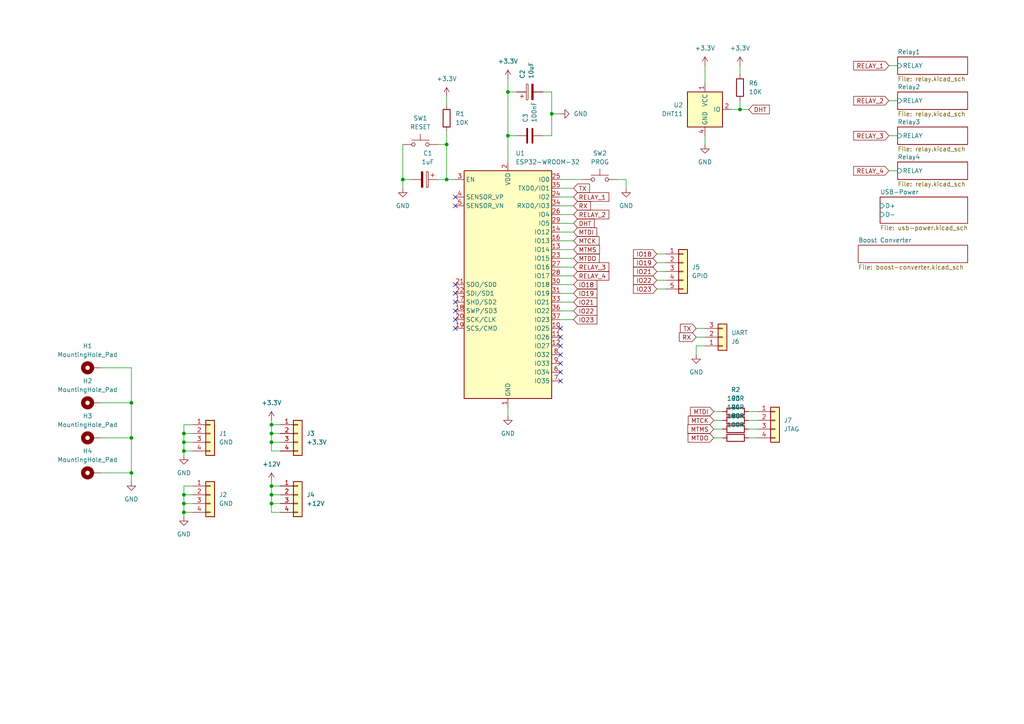
<source format=kicad_sch>
(kicad_sch (version 20230121) (generator eeschema)
  (paper "A4")
  (lib_symbols
    (symbol "Connector_Generic:Conn_01x03" (pin_names (offset 1.016) hide)
      (property "Reference" "J" (at 0 5.08 0))
      (property "Value" "Conn_01x03" (at 0 -5.08 0))
      (symbol "Conn_01x03_1_1"
        (rectangle (start -1.27 -2.413) (end 0 -2.667) (stroke (width 0.1524)))
        (rectangle (start -1.27 0.127) (end 0 -0.127) (stroke (width 0.1524)))
        (rectangle (start -1.27 2.667) (end 0 2.413) (stroke (width 0.1524)))
        (rectangle (start -1.27 3.81) (end 1.27 -3.81) (stroke (width 0.254)) (fill (type background)))
        (pin passive line (at -5.08 2.54 0) (length 3.81) (name "Pin_1") (number "1"))
        (pin passive line (at -5.08 0 0) (length 3.81) (name "Pin_2") (number "2"))
        (pin passive line (at -5.08 -2.54 0) (length 3.81) (name "Pin_3") (number "3"))
      )
    )
    (symbol "Connector_Generic:Conn_01x04" (pin_names (offset 1.016) hide)
      (property "Reference" "J" (at 0 5.08 0))
      (property "Value" "Conn_01x04" (at 0 -7.62 0))
      (symbol "Conn_01x04_1_1"
        (rectangle (start -1.27 -4.953) (end 0 -5.207) (stroke (width 0.1524)))
        (rectangle (start -1.27 -2.413) (end 0 -2.667) (stroke (width 0.1524)))
        (rectangle (start -1.27 0.127) (end 0 -0.127) (stroke (width 0.1524)))
        (rectangle (start -1.27 2.667) (end 0 2.413) (stroke (width 0.1524)))
        (rectangle (start -1.27 3.81) (end 1.27 -6.35) (stroke (width 0.254)) (fill (type background)))
        (pin passive line (at -5.08 2.54 0) (length 3.81) (name "Pin_1") (number "1"))
        (pin passive line (at -5.08 0 0) (length 3.81) (name "Pin_2") (number "2"))
        (pin passive line (at -5.08 -2.54 0) (length 3.81) (name "Pin_3") (number "3"))
        (pin passive line (at -5.08 -5.08 0) (length 3.81) (name "Pin_4") (number "4"))
      )
    )
    (symbol "Connector_Generic:Conn_01x05" (pin_names (offset 1.016) hide)
      (property "Reference" "J" (at 0 7.62 0))
      (property "Value" "Conn_01x05" (at 0 -7.62 0))
      (symbol "Conn_01x05_1_1"
        (rectangle (start -1.27 -4.953) (end 0 -5.207) (stroke (width 0.1524)))
        (rectangle (start -1.27 -2.413) (end 0 -2.667) (stroke (width 0.1524)))
        (rectangle (start -1.27 0.127) (end 0 -0.127) (stroke (width 0.1524)))
        (rectangle (start -1.27 2.667) (end 0 2.413) (stroke (width 0.1524)))
        (rectangle (start -1.27 5.207) (end 0 4.953) (stroke (width 0.1524)))
        (rectangle (start -1.27 6.35) (end 1.27 -6.35) (stroke (width 0.254)) (fill (type background)))
        (pin passive line (at -5.08 5.08 0) (length 3.81) (name "Pin_1") (number "1"))
        (pin passive line (at -5.08 2.54 0) (length 3.81) (name "Pin_2") (number "2"))
        (pin passive line (at -5.08 0 0) (length 3.81) (name "Pin_3") (number "3"))
        (pin passive line (at -5.08 -2.54 0) (length 3.81) (name "Pin_4") (number "4"))
        (pin passive line (at -5.08 -5.08 0) (length 3.81) (name "Pin_5") (number "5"))
      )
    )
    (symbol "Device:C" (pin_numbers hide) (pin_names (offset 0.254))
      (property "Reference" "C" (at 0.635 2.54 0))
      (property "Value" "C" (at 0.635 -2.54 0))
      (symbol "C_0_1"
        (polyline (pts (xy -2.032 -0.762) (xy 2.032 -0.762)) (stroke (width 0.508)))
        (polyline (pts (xy -2.032 0.762) (xy 2.032 0.762)) (stroke (width 0.508)))
      )
      (symbol "C_1_1"
        (pin passive line (at 0 3.81 270) (length 2.794) (name "~") (number "1"))
        (pin passive line (at 0 -3.81 90) (length 2.794) (name "~") (number "2"))
      )
    )
    (symbol "Device:C_Polarized" (pin_numbers hide) (pin_names (offset 0.254))
      (property "Reference" "C" (at 0.635 2.54 0))
      (property "Value" "C_Polarized" (at 0.635 -2.54 0))
      (symbol "C_Polarized_0_1"
        (rectangle (start -2.286 0.508) (end 2.286 1.016))
        (polyline (pts (xy -1.778 2.286) (xy -0.762 2.286)))
        (polyline (pts (xy -1.27 2.794) (xy -1.27 1.778)))
        (rectangle (start 2.286 -0.508) (end -2.286 -1.016) (fill (type outline)))
      )
      (symbol "C_Polarized_1_1"
        (pin passive line (at 0 3.81 270) (length 2.794) (name "~") (number "1"))
        (pin passive line (at 0 -3.81 90) (length 2.794) (name "~") (number "2"))
      )
    )
    (symbol "Device:R" (pin_numbers hide) (pin_names (offset 0))
      (property "Reference" "R" (at 2.032 0 90))
      (property "Value" "R" (at 0 0 90))
      (symbol "R_0_1"
        (rectangle (start -1.016 -2.54) (end 1.016 2.54) (stroke (width 0.254)))
      )
      (symbol "R_1_1"
        (pin passive line (at 0 3.81 270) (length 1.27) (name "~") (number "1"))
        (pin passive line (at 0 -3.81 90) (length 1.27) (name "~") (number "2"))
      )
    )
    (symbol "Mechanical:MountingHole_Pad" (pin_numbers hide) (pin_names (offset 1.016) hide)
      (property "Reference" "H" (at 0 6.35 0))
      (property "Value" "MountingHole_Pad" (at 0 4.445 0))
      (symbol "MountingHole_Pad_0_1"
        (circle (center 0 1.27) (radius 1.27) (stroke (width 1.27)))
      )
      (symbol "MountingHole_Pad_1_1"
        (pin input line (at 0 -2.54 90) (length 2.54) (name "1") (number "1"))
      )
    )
    (symbol "RF_Module:ESP32-WROOM-32"
      (property "Reference" "U" (at -12.7 34.29 0))
      (property "Value" "ESP32-WROOM-32" (at 1.27 34.29 0))
      (symbol "ESP32-WROOM-32_0_1"
        (rectangle (start -12.7 33.02) (end 12.7 -33.02) (stroke (width 0.254)) (fill (type background)))
      )
      (symbol "ESP32-WROOM-32_1_1"
        (pin power_in line (at 0 -35.56 90) (length 2.54) (name "GND") (number "1"))
        (pin bidirectional line (at 15.24 -12.7 180) (length 2.54) (name "IO25") (number "10"))
        (pin bidirectional line (at 15.24 -15.24 180) (length 2.54) (name "IO26") (number "11"))
        (pin bidirectional line (at 15.24 -17.78 180) (length 2.54) (name "IO27") (number "12"))
        (pin bidirectional line (at 15.24 10.16 180) (length 2.54) (name "IO14") (number "13"))
        (pin bidirectional line (at 15.24 15.24 180) (length 2.54) (name "IO12") (number "14"))
        (pin passive line (at 0 -35.56 90) (length 2.54) hide (name "GND") (number "15"))
        (pin bidirectional line (at 15.24 12.7 180) (length 2.54) (name "IO13") (number "16"))
        (pin bidirectional line (at -15.24 -5.08 0) (length 2.54) (name "SHD/SD2") (number "17"))
        (pin bidirectional line (at -15.24 -7.62 0) (length 2.54) (name "SWP/SD3") (number "18"))
        (pin bidirectional line (at -15.24 -12.7 0) (length 2.54) (name "SCS/CMD") (number "19"))
        (pin power_in line (at 0 35.56 270) (length 2.54) (name "VDD") (number "2"))
        (pin bidirectional line (at -15.24 -10.16 0) (length 2.54) (name "SCK/CLK") (number "20"))
        (pin bidirectional line (at -15.24 0 0) (length 2.54) (name "SDO/SD0") (number "21"))
        (pin bidirectional line (at -15.24 -2.54 0) (length 2.54) (name "SDI/SD1") (number "22"))
        (pin bidirectional line (at 15.24 7.62 180) (length 2.54) (name "IO15") (number "23"))
        (pin bidirectional line (at 15.24 25.4 180) (length 2.54) (name "IO2") (number "24"))
        (pin bidirectional line (at 15.24 30.48 180) (length 2.54) (name "IO0") (number "25"))
        (pin bidirectional line (at 15.24 20.32 180) (length 2.54) (name "IO4") (number "26"))
        (pin bidirectional line (at 15.24 5.08 180) (length 2.54) (name "IO16") (number "27"))
        (pin bidirectional line (at 15.24 2.54 180) (length 2.54) (name "IO17") (number "28"))
        (pin bidirectional line (at 15.24 17.78 180) (length 2.54) (name "IO5") (number "29"))
        (pin input line (at -15.24 30.48 0) (length 2.54) (name "EN") (number "3"))
        (pin bidirectional line (at 15.24 0 180) (length 2.54) (name "IO18") (number "30"))
        (pin bidirectional line (at 15.24 -2.54 180) (length 2.54) (name "IO19") (number "31"))
        (pin no_connect line (at -12.7 -27.94 0) (length 2.54) hide (name "NC") (number "32"))
        (pin bidirectional line (at 15.24 -5.08 180) (length 2.54) (name "IO21") (number "33"))
        (pin bidirectional line (at 15.24 22.86 180) (length 2.54) (name "RXD0/IO3") (number "34"))
        (pin bidirectional line (at 15.24 27.94 180) (length 2.54) (name "TXD0/IO1") (number "35"))
        (pin bidirectional line (at 15.24 -7.62 180) (length 2.54) (name "IO22") (number "36"))
        (pin bidirectional line (at 15.24 -10.16 180) (length 2.54) (name "IO23") (number "37"))
        (pin passive line (at 0 -35.56 90) (length 2.54) hide (name "GND") (number "38"))
        (pin passive line (at 0 -35.56 90) (length 2.54) hide (name "GND") (number "39"))
        (pin input line (at -15.24 25.4 0) (length 2.54) (name "SENSOR_VP") (number "4"))
        (pin input line (at -15.24 22.86 0) (length 2.54) (name "SENSOR_VN") (number "5"))
        (pin input line (at 15.24 -25.4 180) (length 2.54) (name "IO34") (number "6"))
        (pin input line (at 15.24 -27.94 180) (length 2.54) (name "IO35") (number "7"))
        (pin bidirectional line (at 15.24 -20.32 180) (length 2.54) (name "IO32") (number "8"))
        (pin bidirectional line (at 15.24 -22.86 180) (length 2.54) (name "IO33") (number "9"))
      )
    )
    (symbol "Sensor:DHT11"
      (property "Reference" "U" (at -3.81 6.35 0))
      (property "Value" "DHT11" (at 3.81 6.35 0))
      (symbol "DHT11_0_1"
        (rectangle (start -5.08 5.08) (end 5.08 -5.08) (stroke (width 0.254)) (fill (type background)))
      )
      (symbol "DHT11_1_1"
        (pin power_in line (at 0 7.62 270) (length 2.54) (name "VCC") (number "1"))
        (pin bidirectional line (at 7.62 0 180) (length 2.54) (name "IO") (number "2"))
        (pin no_connect line (at -5.08 0 0) (length 2.54) hide (name "NC") (number "3"))
        (pin power_in line (at 0 -7.62 90) (length 2.54) (name "GND") (number "4"))
      )
    )
    (symbol "Switch:SW_Push" (pin_numbers hide) (pin_names (offset 1.016) hide)
      (property "Reference" "SW" (at 1.27 2.54 0))
      (property "Value" "SW_Push" (at 0 -1.524 0))
      (symbol "SW_Push_0_1"
        (circle (center -2.032 0) (radius 0.508))
        (polyline (pts (xy 0 1.27) (xy 0 3.048)))
        (polyline (pts (xy 2.54 1.27) (xy -2.54 1.27)))
        (circle (center 2.032 0) (radius 0.508))
        (pin passive line (at -5.08 0 0) (length 2.54) (name "1") (number "1"))
        (pin passive line (at 5.08 0 180) (length 2.54) (name "2") (number "2"))
      )
    )
    (symbol "power:+12V" (power) (pin_names (offset 0))
      (property "Value" "+12V" (at 0 3.556 0))
      (symbol "+12V_0_1"
        (polyline (pts (xy -0.762 1.27) (xy 0 2.54)))
        (polyline (pts (xy 0 0) (xy 0 2.54)))
        (polyline (pts (xy 0 2.54) (xy 0.762 1.27)))
      )
      (symbol "+12V_1_1"
        (pin power_in line (at 0 0 90) (length 0) hide (name "+12V") (number "1"))
      )
    )
    (symbol "power:+3.3V" (power) (pin_names (offset 0))
      (property "Value" "+3.3V" (at 0 3.556 0))
      (symbol "+3.3V_0_1"
        (polyline (pts (xy -0.762 1.27) (xy 0 2.54)))
        (polyline (pts (xy 0 0) (xy 0 2.54)))
        (polyline (pts (xy 0 2.54) (xy 0.762 1.27)))
      )
      (symbol "+3.3V_1_1"
        (pin power_in line (at 0 0 90) (length 0) hide (name "+3.3V") (number "1"))
      )
    )
    (symbol "power:GND" (power) (pin_names (offset 0))
      (property "Value" "GND" (at 0 -3.81 0))
      (symbol "GND_0_1"
        (polyline (pts (xy 0 0) (xy 0 -1.27) (xy 1.27 -1.27) (xy 0 -2.54) (xy -1.27 -1.27) (xy 0 -1.27)))
      )
      (symbol "GND_1_1"
        (pin power_in line (at 0 0 270) (length 0) hide (name "GND") (number "1"))
      )
    )
  )
  (junction (at 78.74 140.97))
  (junction (at 214.63 31.75))
  (junction (at 147.32 26.67))
  (junction (at 53.34 125.73))
  (junction (at 78.74 128.27))
  (junction (at 78.74 146.05))
  (junction (at 38.1 127))
  (junction (at 53.34 148.59))
  (junction (at 38.1 137.16))
  (junction (at 38.1 116.84))
  (junction (at 53.34 143.51))
  (junction (at 53.34 146.05))
  (junction (at 129.54 52.07))
  (junction (at 129.54 41.91))
  (junction (at 78.74 125.73))
  (junction (at 147.32 39.37))
  (junction (at 78.74 143.51))
  (junction (at 160.02 33.02))
  (junction (at 116.84 52.07))
  (junction (at 78.74 123.19))
  (junction (at 53.34 128.27))
  (junction (at 53.34 130.81))
  (no_connect (at 162.56 97.79))
  (no_connect (at 162.56 107.95))
  (no_connect (at 132.08 57.15))
  (no_connect (at 162.56 105.41))
  (no_connect (at 162.56 100.33))
  (no_connect (at 162.56 110.49))
  (no_connect (at 132.08 92.71))
  (no_connect (at 132.08 85.09))
  (no_connect (at 132.08 59.69))
  (no_connect (at 162.56 102.87))
  (no_connect (at 132.08 90.17))
  (no_connect (at 132.08 87.63))
  (no_connect (at 132.08 95.25))
  (no_connect (at 162.56 95.25))
  (no_connect (at 132.08 82.55))
  (wire (pts (xy 160.02 33.02) (xy 160.02 39.37)))
  (wire (pts (xy 162.56 54.61) (xy 166.37 54.61)))
  (wire (pts (xy 147.32 118.11) (xy 147.32 120.65)))
  (wire (pts (xy 160.02 26.67) (xy 160.02 33.02)))
  (wire (pts (xy 217.17 124.46) (xy 219.71 124.46)))
  (wire (pts (xy 257.81 19.05) (xy 260.35 19.05)))
  (wire (pts (xy 53.34 148.59) (xy 55.88 148.59)))
  (wire (pts (xy 217.17 127) (xy 219.71 127)))
  (wire (pts (xy 78.74 123.19) (xy 78.74 121.92)))
  (wire (pts (xy 78.74 146.05) (xy 81.28 146.05)))
  (wire (pts (xy 78.74 146.05) (xy 78.74 143.51)))
  (wire (pts (xy 78.74 143.51) (xy 78.74 140.97)))
  (wire (pts (xy 29.21 106.68) (xy 38.1 106.68)))
  (wire (pts (xy 38.1 137.16) (xy 38.1 139.7)))
  (wire (pts (xy 147.32 39.37) (xy 147.32 26.67)))
  (wire (pts (xy 204.47 100.33) (xy 201.93 100.33)))
  (wire (pts (xy 78.74 128.27) (xy 78.74 125.73)))
  (wire (pts (xy 53.34 125.73) (xy 55.88 125.73)))
  (wire (pts (xy 78.74 128.27) (xy 81.28 128.27)))
  (wire (pts (xy 29.21 127) (xy 38.1 127)))
  (wire (pts (xy 217.17 119.38) (xy 219.71 119.38)))
  (wire (pts (xy 81.28 140.97) (xy 78.74 140.97)))
  (wire (pts (xy 214.63 29.21) (xy 214.63 31.75)))
  (wire (pts (xy 162.56 85.09) (xy 166.37 85.09)))
  (wire (pts (xy 78.74 140.97) (xy 78.74 139.7)))
  (wire (pts (xy 162.56 57.15) (xy 166.37 57.15)))
  (wire (pts (xy 53.34 128.27) (xy 53.34 130.81)))
  (wire (pts (xy 147.32 39.37) (xy 149.86 39.37)))
  (wire (pts (xy 55.88 140.97) (xy 53.34 140.97)))
  (wire (pts (xy 160.02 39.37) (xy 157.48 39.37)))
  (wire (pts (xy 55.88 123.19) (xy 53.34 123.19)))
  (wire (pts (xy 127 52.07) (xy 129.54 52.07)))
  (wire (pts (xy 53.34 146.05) (xy 55.88 146.05)))
  (wire (pts (xy 162.56 64.77) (xy 166.37 64.77)))
  (wire (pts (xy 53.34 143.51) (xy 53.34 146.05)))
  (wire (pts (xy 127 41.91) (xy 129.54 41.91)))
  (wire (pts (xy 162.56 92.71) (xy 166.37 92.71)))
  (wire (pts (xy 53.34 130.81) (xy 55.88 130.81)))
  (wire (pts (xy 162.56 69.85) (xy 166.37 69.85)))
  (wire (pts (xy 162.56 52.07) (xy 168.91 52.07)))
  (wire (pts (xy 181.61 52.07) (xy 181.61 54.61)))
  (wire (pts (xy 162.56 80.01) (xy 166.37 80.01)))
  (wire (pts (xy 204.47 39.37) (xy 204.47 41.91)))
  (wire (pts (xy 81.28 148.59) (xy 78.74 148.59)))
  (wire (pts (xy 201.93 97.79) (xy 204.47 97.79)))
  (wire (pts (xy 53.34 146.05) (xy 53.34 148.59)))
  (wire (pts (xy 116.84 41.91) (xy 116.84 52.07)))
  (wire (pts (xy 53.34 130.81) (xy 53.34 132.08)))
  (wire (pts (xy 190.5 81.28) (xy 193.04 81.28)))
  (wire (pts (xy 162.56 90.17) (xy 166.37 90.17)))
  (wire (pts (xy 217.17 121.92) (xy 219.71 121.92)))
  (wire (pts (xy 190.5 78.74) (xy 193.04 78.74)))
  (wire (pts (xy 78.74 148.59) (xy 78.74 146.05)))
  (wire (pts (xy 257.81 39.37) (xy 260.35 39.37)))
  (wire (pts (xy 157.48 26.67) (xy 160.02 26.67)))
  (wire (pts (xy 119.38 52.07) (xy 116.84 52.07)))
  (wire (pts (xy 214.63 19.05) (xy 214.63 21.59)))
  (wire (pts (xy 29.21 137.16) (xy 38.1 137.16)))
  (wire (pts (xy 78.74 125.73) (xy 78.74 123.19)))
  (wire (pts (xy 129.54 27.94) (xy 129.54 30.48)))
  (wire (pts (xy 207.01 124.46) (xy 209.55 124.46)))
  (wire (pts (xy 53.34 123.19) (xy 53.34 125.73)))
  (wire (pts (xy 204.47 19.05) (xy 204.47 24.13)))
  (wire (pts (xy 160.02 33.02) (xy 162.56 33.02)))
  (wire (pts (xy 53.34 128.27) (xy 55.88 128.27)))
  (wire (pts (xy 162.56 82.55) (xy 166.37 82.55)))
  (wire (pts (xy 201.93 100.33) (xy 201.93 102.87)))
  (wire (pts (xy 162.56 87.63) (xy 166.37 87.63)))
  (wire (pts (xy 190.5 76.2) (xy 193.04 76.2)))
  (wire (pts (xy 207.01 127) (xy 209.55 127)))
  (wire (pts (xy 78.74 125.73) (xy 81.28 125.73)))
  (wire (pts (xy 212.09 31.75) (xy 214.63 31.75)))
  (wire (pts (xy 38.1 116.84) (xy 38.1 127)))
  (wire (pts (xy 116.84 52.07) (xy 116.84 54.61)))
  (wire (pts (xy 53.34 125.73) (xy 53.34 128.27)))
  (wire (pts (xy 214.63 31.75) (xy 217.17 31.75)))
  (wire (pts (xy 29.21 116.84) (xy 38.1 116.84)))
  (wire (pts (xy 147.32 46.99) (xy 147.32 39.37)))
  (wire (pts (xy 78.74 123.19) (xy 81.28 123.19)))
  (wire (pts (xy 162.56 72.39) (xy 166.37 72.39)))
  (wire (pts (xy 162.56 59.69) (xy 166.37 59.69)))
  (wire (pts (xy 162.56 74.93) (xy 166.37 74.93)))
  (wire (pts (xy 179.07 52.07) (xy 181.61 52.07)))
  (wire (pts (xy 78.74 130.81) (xy 78.74 128.27)))
  (wire (pts (xy 53.34 148.59) (xy 53.34 149.86)))
  (wire (pts (xy 162.56 62.23) (xy 166.37 62.23)))
  (wire (pts (xy 129.54 41.91) (xy 129.54 52.07)))
  (wire (pts (xy 190.5 83.82) (xy 193.04 83.82)))
  (wire (pts (xy 162.56 67.31) (xy 166.37 67.31)))
  (wire (pts (xy 190.5 73.66) (xy 193.04 73.66)))
  (wire (pts (xy 207.01 121.92) (xy 209.55 121.92)))
  (wire (pts (xy 257.81 29.21) (xy 260.35 29.21)))
  (wire (pts (xy 53.34 140.97) (xy 53.34 143.51)))
  (wire (pts (xy 147.32 26.67) (xy 149.86 26.67)))
  (wire (pts (xy 129.54 52.07) (xy 132.08 52.07)))
  (wire (pts (xy 38.1 127) (xy 38.1 137.16)))
  (wire (pts (xy 78.74 143.51) (xy 81.28 143.51)))
  (wire (pts (xy 162.56 77.47) (xy 166.37 77.47)))
  (wire (pts (xy 38.1 106.68) (xy 38.1 116.84)))
  (wire (pts (xy 147.32 26.67) (xy 147.32 22.86)))
  (wire (pts (xy 53.34 143.51) (xy 55.88 143.51)))
  (wire (pts (xy 201.93 95.25) (xy 204.47 95.25)))
  (wire (pts (xy 257.81 49.53) (xy 260.35 49.53)))
  (wire (pts (xy 81.28 130.81) (xy 78.74 130.81)))
  (wire (pts (xy 129.54 38.1) (xy 129.54 41.91)))
  (wire (pts (xy 207.01 119.38) (xy 209.55 119.38)))
  (global_label "RELAY_3" (shape input) (at 257.81 39.37 180) (property "Intersheetrefs" "${INTERSHEET_REFS}" (effects hide)))
  (global_label "DHT" (shape input) (at 217.17 31.75 0) (property "Intersheetrefs" "${INTERSHEET_REFS}" (effects hide)))
  (global_label "MTDI" (shape input) (at 207.01 119.38 180) (property "Intersheetrefs" "${INTERSHEET_REFS}" (effects hide)))
  (global_label "IO19" (shape input) (at 190.5 76.2 180) (property "Intersheetrefs" "${INTERSHEET_REFS}" (effects hide)))
  (global_label "RELAY_1" (shape input) (at 166.37 57.15 0) (property "Intersheetrefs" "${INTERSHEET_REFS}" (effects hide)))
  (global_label "IO23" (shape input) (at 166.37 92.71 0) (property "Intersheetrefs" "${INTERSHEET_REFS}" (effects hide)))
  (global_label "IO21" (shape input) (at 190.5 78.74 180) (property "Intersheetrefs" "${INTERSHEET_REFS}" (effects hide)))
  (global_label "MTDO" (shape input) (at 166.37 74.93 0) (property "Intersheetrefs" "${INTERSHEET_REFS}" (effects hide)))
  (global_label "IO22" (shape input) (at 190.5 81.28 180) (property "Intersheetrefs" "${INTERSHEET_REFS}" (effects hide)))
  (global_label "RELAY_1" (shape input) (at 257.81 19.05 180) (property "Intersheetrefs" "${INTERSHEET_REFS}" (effects hide)))
  (global_label "TX" (shape input) (at 201.93 95.25 180) (property "Intersheetrefs" "${INTERSHEET_REFS}" (effects hide)))
  (global_label "IO18" (shape input) (at 190.5 73.66 180) (property "Intersheetrefs" "${INTERSHEET_REFS}" (effects hide)))
  (global_label "MTMS" (shape input) (at 207.01 124.46 180) (property "Intersheetrefs" "${INTERSHEET_REFS}" (effects hide)))
  (global_label "RELAY_3" (shape input) (at 166.37 77.47 0) (property "Intersheetrefs" "${INTERSHEET_REFS}" (effects hide)))
  (global_label "MTCK" (shape input) (at 207.01 121.92 180) (property "Intersheetrefs" "${INTERSHEET_REFS}" (effects hide)))
  (global_label "RELAY_2" (shape input) (at 166.37 62.23 0) (property "Intersheetrefs" "${INTERSHEET_REFS}" (effects hide)))
  (global_label "IO19" (shape input) (at 166.37 85.09 0) (property "Intersheetrefs" "${INTERSHEET_REFS}" (effects hide)))
  (global_label "RELAY_2" (shape input) (at 257.81 29.21 180) (property "Intersheetrefs" "${INTERSHEET_REFS}" (effects hide)))
  (global_label "IO21" (shape input) (at 166.37 87.63 0) (property "Intersheetrefs" "${INTERSHEET_REFS}" (effects hide)))
  (global_label "TX" (shape input) (at 166.37 54.61 0) (property "Intersheetrefs" "${INTERSHEET_REFS}" (effects hide)))
  (global_label "IO23" (shape input) (at 190.5 83.82 180) (property "Intersheetrefs" "${INTERSHEET_REFS}" (effects hide)))
  (global_label "MTDI" (shape input) (at 166.37 67.31 0) (property "Intersheetrefs" "${INTERSHEET_REFS}" (effects hide)))
  (global_label "RELAY_4" (shape input) (at 257.81 49.53 180) (property "Intersheetrefs" "${INTERSHEET_REFS}" (effects hide)))
  (global_label "IO22" (shape input) (at 166.37 90.17 0) (property "Intersheetrefs" "${INTERSHEET_REFS}" (effects hide)))
  (global_label "RX" (shape input) (at 166.37 59.69 0) (property "Intersheetrefs" "${INTERSHEET_REFS}" (effects hide)))
  (global_label "MTDO" (shape input) (at 207.01 127 180) (property "Intersheetrefs" "${INTERSHEET_REFS}" (effects hide)))
  (global_label "DHT" (shape input) (at 166.37 64.77 0) (property "Intersheetrefs" "${INTERSHEET_REFS}" (effects hide)))
  (global_label "RX" (shape input) (at 201.93 97.79 180) (property "Intersheetrefs" "${INTERSHEET_REFS}" (effects hide)))
  (global_label "RELAY_4" (shape input) (at 166.37 80.01 0) (property "Intersheetrefs" "${INTERSHEET_REFS}" (effects hide)))
  (global_label "MTCK" (shape input) (at 166.37 69.85 0) (property "Intersheetrefs" "${INTERSHEET_REFS}" (effects hide)))
  (global_label "MTMS" (shape input) (at 166.37 72.39 0) (property "Intersheetrefs" "${INTERSHEET_REFS}" (effects hide)))
  (global_label "IO18" (shape input) (at 166.37 82.55 0) (property "Intersheetrefs" "${INTERSHEET_REFS}" (effects hide)))
  (symbol (lib_id "Mechanical:MountingHole_Pad") (at 26.67 116.84 90) (unit 1)
    (property "Reference" "H2" (at 25.4 110.49 90))
    (property "Value" "MountingHole_Pad" (at 25.4 113.03 90))
    (property "Footprint" "MountingHole:MountingHole_3.2mm_M3_DIN965_Pad_TopBottom" (effects hide))
  )
  (symbol (lib_id "power:GND") (at 147.32 120.65 0) (unit 1)
    (property "Reference" "#PWR09" (effects hide))
    (property "Value" "GND" (at 147.32 125.73 0))
  )
  (symbol (lib_id "power:+3.3V") (at 204.47 19.05 0) (unit 1)
    (property "Reference" "#PWR013" (effects hide))
    (property "Value" "+3.3V" (at 204.47 13.97 0))
  )
  (symbol (lib_id "power:GND") (at 204.47 41.91 0) (unit 1)
    (property "Reference" "#PWR014" (effects hide))
    (property "Value" "GND" (at 204.47 46.99 0))
  )
  (symbol (lib_id "Device:R") (at 129.54 34.29 0) (unit 1)
    (property "Reference" "R1" (at 132.08 33.02 0) (effects (justify left)))
    (property "Value" "10K" (at 132.08 35.56 0) (effects (justify left)))
    (property "Footprint" "Resistor_THT:R_Axial_DIN0207_L6.3mm_D2.5mm_P7.62mm_Horizontal" (effects hide))
  )
  (symbol (lib_id "power:+3.3V") (at 147.32 22.86 0) (unit 1)
    (property "Reference" "#PWR08" (effects hide))
    (property "Value" "+3.3V" (at 147.32 17.78 0))
  )
  (symbol (lib_id "power:GND") (at 53.34 149.86 0) (unit 1)
    (property "Reference" "#PWR03" (effects hide))
    (property "Value" "GND" (at 53.34 154.94 0))
  )
  (symbol (lib_id "Mechanical:MountingHole_Pad") (at 26.67 106.68 90) (unit 1)
    (property "Reference" "H1" (at 25.4 100.33 90))
    (property "Value" "MountingHole_Pad" (at 25.4 102.87 90))
    (property "Footprint" "MountingHole:MountingHole_3.2mm_M3_DIN965_Pad_TopBottom" (effects hide))
  )
  (symbol (lib_id "Device:R") (at 213.36 119.38 90) (unit 1)
    (property "Reference" "R2" (at 213.36 113.03 90))
    (property "Value" "100R" (at 213.36 115.57 90))
    (property "Footprint" "Resistor_THT:R_Axial_DIN0207_L6.3mm_D2.5mm_P7.62mm_Horizontal" (effects hide))
  )
  (symbol (lib_id "Device:R") (at 213.36 127 90) (unit 1)
    (property "Reference" "R5" (at 213.36 120.65 90))
    (property "Value" "100R" (at 213.36 123.19 90))
    (property "Footprint" "Resistor_THT:R_Axial_DIN0207_L6.3mm_D2.5mm_P7.62mm_Horizontal" (effects hide))
  )
  (symbol (lib_id "power:GND") (at 181.61 54.61 0) (unit 1)
    (property "Reference" "#PWR011" (effects hide))
    (property "Value" "GND" (at 181.61 59.69 0))
  )
  (symbol (lib_id "Connector_Generic:Conn_01x04") (at 86.36 143.51 0) (unit 1)
    (property "Reference" "J4" (at 88.9 143.51 0) (effects (justify left)))
    (property "Value" "+12V" (at 88.9 146.05 0) (effects (justify left)))
    (property "Footprint" "Connector_PinHeader_2.54mm:PinHeader_1x04_P2.54mm_Vertical" (effects hide))
  )
  (symbol (lib_id "Switch:SW_Push") (at 121.92 41.91 0) (unit 1)
    (property "Reference" "SW1" (at 121.92 34.29 0))
    (property "Value" "RESET" (at 121.92 36.83 0))
    (property "Footprint" "Button_Switch_THT:SW_PUSH_6mm" (effects hide))
  )
  (symbol (lib_id "Device:R") (at 213.36 124.46 90) (unit 1)
    (property "Reference" "R4" (at 213.36 118.11 90))
    (property "Value" "100R" (at 213.36 120.65 90))
    (property "Footprint" "Resistor_THT:R_Axial_DIN0207_L6.3mm_D2.5mm_P7.62mm_Horizontal" (effects hide))
  )
  (symbol (lib_id "Device:R") (at 214.63 25.4 0) (unit 1)
    (property "Reference" "R6" (at 217.17 24.13 0) (effects (justify left)))
    (property "Value" "10K" (at 217.17 26.67 0) (effects (justify left)))
    (property "Footprint" "Resistor_THT:R_Axial_DIN0207_L6.3mm_D2.5mm_P7.62mm_Horizontal" (effects hide))
  )
  (symbol (lib_id "Sensor:DHT11") (at 204.47 31.75 0) (unit 1)
    (property "Reference" "U2" (at 198.12 30.48 0) (effects (justify right)))
    (property "Value" "DHT11" (at 198.12 33.02 0) (effects (justify right)))
    (property "Footprint" "Sensor:Aosong_DHT11_5.5x12.0_P2.54mm" (effects hide))
    (property "Datasheet" "http://akizukidenshi.com/download/ds/aosong/DHT11.pdf" (effects hide))
  )
  (symbol (lib_id "Mechanical:MountingHole_Pad") (at 26.67 137.16 90) (unit 1)
    (property "Reference" "H4" (at 25.4 130.81 90))
    (property "Value" "MountingHole_Pad" (at 25.4 133.35 90))
    (property "Footprint" "MountingHole:MountingHole_3.2mm_M3_DIN965_Pad_TopBottom" (effects hide))
  )
  (symbol (lib_id "Connector_Generic:Conn_01x04") (at 60.96 143.51 0) (unit 1)
    (property "Reference" "J2" (at 63.5 143.51 0) (effects (justify left)))
    (property "Value" "GND" (at 63.5 146.05 0) (effects (justify left)))
    (property "Footprint" "Connector_PinHeader_2.54mm:PinHeader_1x04_P2.54mm_Vertical" (effects hide))
  )
  (symbol (lib_id "power:GND") (at 116.84 54.61 0) (unit 1)
    (property "Reference" "#PWR06" (effects hide))
    (property "Value" "GND" (at 116.84 59.69 0))
  )
  (symbol (lib_id "power:GND") (at 162.56 33.02 90) (unit 1)
    (property "Reference" "#PWR010" (effects hide))
    (property "Value" "GND" (at 166.37 33.02 90) (effects (justify right)))
  )
  (symbol (lib_id "Device:R") (at 213.36 121.92 90) (unit 1)
    (property "Reference" "R3" (at 213.36 115.57 90))
    (property "Value" "100R" (at 213.36 118.11 90))
    (property "Footprint" "Resistor_THT:R_Axial_DIN0207_L6.3mm_D2.5mm_P7.62mm_Horizontal" (effects hide))
  )
  (symbol (lib_id "Connector_Generic:Conn_01x03") (at 209.55 97.79 0) (mirror x) (unit 1)
    (property "Reference" "J6" (at 212.09 99.06 0) (effects (justify left)))
    (property "Value" "UART" (at 212.09 96.52 0) (effects (justify left)))
    (property "Footprint" "Connector_PinHeader_2.54mm:PinHeader_1x03_P2.54mm_Vertical" (effects hide))
  )
  (symbol (lib_id "power:+3.3V") (at 129.54 27.94 0) (unit 1)
    (property "Reference" "#PWR07" (effects hide))
    (property "Value" "+3.3V" (at 129.54 22.86 0))
  )
  (symbol (lib_id "Device:C_Polarized") (at 123.19 52.07 270) (unit 1)
    (property "Reference" "C1" (at 124.079 44.45 90))
    (property "Value" "1uF" (at 124.079 46.99 90))
    (property "Footprint" "Capacitor_THT:CP_Radial_D4.0mm_P2.00mm" (effects hide))
  )
  (symbol (lib_id "Connector_Generic:Conn_01x04") (at 86.36 125.73 0) (unit 1)
    (property "Reference" "J3" (at 88.9 125.73 0) (effects (justify left)))
    (property "Value" "+3.3V" (at 88.9 128.27 0) (effects (justify left)))
    (property "Footprint" "Connector_PinHeader_2.54mm:PinHeader_1x04_P2.54mm_Vertical" (effects hide))
  )
  (symbol (lib_id "power:GND") (at 53.34 132.08 0) (unit 1)
    (property "Reference" "#PWR02" (effects hide))
    (property "Value" "GND" (at 53.34 137.16 0))
  )
  (symbol (lib_id "power:+3.3V") (at 78.74 121.92 0) (unit 1)
    (property "Reference" "#PWR04" (effects hide))
    (property "Value" "+3.3V" (at 78.74 116.84 0))
  )
  (symbol (lib_id "Connector_Generic:Conn_01x04") (at 224.79 121.92 0) (unit 1)
    (property "Reference" "J7" (at 227.33 121.92 0) (effects (justify left)))
    (property "Value" "JTAG" (at 227.33 124.46 0) (effects (justify left)))
    (property "Footprint" "Connector_PinHeader_2.54mm:PinHeader_1x04_P2.54mm_Vertical" (effects hide))
  )
  (symbol (lib_id "power:+3.3V") (at 214.63 19.05 0) (unit 1)
    (property "Reference" "#PWR015" (effects hide))
    (property "Value" "+3.3V" (at 214.63 13.97 0))
  )
  (symbol (lib_id "Connector_Generic:Conn_01x05") (at 198.12 78.74 0) (unit 1)
    (property "Reference" "J5" (at 200.66 77.47 0) (effects (justify left)))
    (property "Value" "GPIO" (at 200.66 80.01 0) (effects (justify left)))
    (property "Footprint" "Connector_PinHeader_2.54mm:PinHeader_1x05_P2.54mm_Vertical" (effects hide))
  )
  (symbol (lib_id "Device:C") (at 153.67 39.37 90) (unit 1)
    (property "Reference" "C3" (at 152.4 35.56 0) (effects (justify left)))
    (property "Value" "100nF" (at 154.94 35.56 0) (effects (justify left)))
    (property "Footprint" "Capacitor_THT:C_Disc_D3.0mm_W2.0mm_P2.50mm" (effects hide))
  )
  (symbol (lib_id "power:GND") (at 201.93 102.87 0) (unit 1)
    (property "Reference" "#PWR012" (effects hide))
    (property "Value" "GND" (at 201.93 107.95 0))
  )
  (symbol (lib_id "RF_Module:ESP32-WROOM-32") (at 147.32 82.55 0) (unit 1)
    (property "Reference" "U1" (at 149.5141 44.45 0) (effects (justify left)))
    (property "Value" "ESP32-WROOM-32" (at 149.5141 46.99 0) (effects (justify left)))
    (property "Footprint" "RF_Module:ESP32-WROOM-32" (effects hide))
    (property "Datasheet" "https://www.espressif.com/sites/default/files/documentation/esp32-wroom-32_datasheet_en.pdf" (effects hide))
  )
  (symbol (lib_id "power:GND") (at 38.1 139.7 0) (unit 1)
    (property "Reference" "#PWR01" (effects hide))
    (property "Value" "GND" (at 38.1 144.78 0))
  )
  (symbol (lib_id "Device:C_Polarized") (at 153.67 26.67 90) (unit 1)
    (property "Reference" "C2" (at 151.511 22.86 0) (effects (justify left)))
    (property "Value" "10uF" (at 154.051 22.86 0) (effects (justify left)))
    (property "Footprint" "Capacitor_THT:CP_Radial_D4.0mm_P2.00mm" (effects hide))
  )
  (symbol (lib_id "power:+12V") (at 78.74 139.7 0) (unit 1)
    (property "Reference" "#PWR05" (effects hide))
    (property "Value" "+12V" (at 78.74 134.62 0))
  )
  (symbol (lib_id "Mechanical:MountingHole_Pad") (at 26.67 127 90) (unit 1)
    (property "Reference" "H3" (at 25.4 120.65 90))
    (property "Value" "MountingHole_Pad" (at 25.4 123.19 90))
    (property "Footprint" "MountingHole:MountingHole_3.2mm_M3_DIN965_Pad_TopBottom" (effects hide))
  )
  (symbol (lib_id "Connector_Generic:Conn_01x04") (at 60.96 125.73 0) (unit 1)
    (property "Reference" "J1" (at 63.5 125.73 0) (effects (justify left)))
    (property "Value" "GND" (at 63.5 128.27 0) (effects (justify left)))
    (property "Footprint" "Connector_PinHeader_2.54mm:PinHeader_1x04_P2.54mm_Vertical" (effects hide))
  )
  (symbol (lib_id "Switch:SW_Push") (at 173.99 52.07 0) (unit 1)
    (property "Reference" "SW2" (at 173.99 44.45 0))
    (property "Value" "PROG" (at 173.99 46.99 0))
    (property "Footprint" "Button_Switch_THT:SW_PUSH_6mm" (effects hide))
  )
  (sheet (at 255.27 57.15) (size 25.4 7.62) (stroke (width 0.1524))
    (property "Sheetname" "USB-Power" (at 255.27 56.4384 0) (effects (justify left bottom)))
    (property "Sheetfile" "usb-power.kicad_sch" (at 255.27 65.3546 0) (effects (justify left top)))
    (pin "D+" input (at 255.27 59.69 180))
    (pin "D-" input (at 255.27 62.23 180))
  )
  (sheet (at 260.35 36.83) (size 20.32 5.08) (stroke (width 0.1524))
    (property "Sheetname" "Relay3" (at 260.35 36.1184 0) (effects (justify left bottom)))
    (property "Sheetfile" "relay.kicad_sch" (at 260.35 42.4946 0) (effects (justify left top)))
    (pin "RELAY" input (at 260.35 39.37 180))
  )
  (sheet (at 260.35 46.99) (size 20.32 5.08) (stroke (width 0.1524))
    (property "Sheetname" "Relay4" (at 260.35 46.2784 0) (effects (justify left bottom)))
    (property "Sheetfile" "relay.kicad_sch" (at 260.35 52.6546 0) (effects (justify left top)))
    (pin "RELAY" input (at 260.35 49.53 180))
  )
  (sheet (at 260.35 26.67) (size 20.32 5.08) (stroke (width 0.1524))
    (property "Sheetname" "Relay2" (at 260.35 25.9584 0) (effects (justify left bottom)))
    (property "Sheetfile" "relay.kicad_sch" (at 260.35 32.3346 0) (effects (justify left top)))
    (pin "RELAY" input (at 260.35 29.21 180))
  )
  (sheet (at 248.92 71.12) (size 31.75 5.08) (stroke (width 0.1524))
    (property "Sheetname" "Boost Converter" (at 248.92 70.4084 0) (effects (justify left bottom)))
    (property "Sheetfile" "boost-converter.kicad_sch" (at 248.92 76.7846 0) (effects (justify left top)))
  )
  (sheet (at 260.35 16.51) (size 20.32 5.08) (stroke (width 0.1524))
    (property "Sheetname" "Relay1" (at 260.35 15.7984 0) (effects (justify left bottom)))
    (property "Sheetfile" "relay.kicad_sch" (at 260.35 22.1746 0) (effects (justify left top)))
    (pin "RELAY" input (at 260.35 19.05 180))
  )
)
</source>
